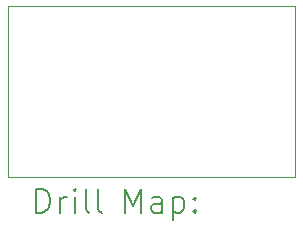
<source format=gbr>
%TF.GenerationSoftware,KiCad,Pcbnew,(7.0.0)*%
%TF.CreationDate,2023-10-24T10:40:37-04:00*%
%TF.ProjectId,Adc Adapter,41646320-4164-4617-9074-65722e6b6963,rev?*%
%TF.SameCoordinates,Original*%
%TF.FileFunction,Drillmap*%
%TF.FilePolarity,Positive*%
%FSLAX45Y45*%
G04 Gerber Fmt 4.5, Leading zero omitted, Abs format (unit mm)*
G04 Created by KiCad (PCBNEW (7.0.0)) date 2023-10-24 10:40:37*
%MOMM*%
%LPD*%
G01*
G04 APERTURE LIST*
%ADD10C,0.100000*%
%ADD11C,0.200000*%
G04 APERTURE END LIST*
D10*
X10487660Y-5999480D02*
X12920980Y-5999480D01*
X12920980Y-5999480D02*
X12920980Y-7452360D01*
X12920980Y-7452360D02*
X10487660Y-7452360D01*
X10487660Y-7452360D02*
X10487660Y-5999480D01*
D11*
X10730279Y-7750836D02*
X10730279Y-7550836D01*
X10730279Y-7550836D02*
X10777898Y-7550836D01*
X10777898Y-7550836D02*
X10806470Y-7560360D01*
X10806470Y-7560360D02*
X10825517Y-7579408D01*
X10825517Y-7579408D02*
X10835041Y-7598455D01*
X10835041Y-7598455D02*
X10844565Y-7636550D01*
X10844565Y-7636550D02*
X10844565Y-7665122D01*
X10844565Y-7665122D02*
X10835041Y-7703217D01*
X10835041Y-7703217D02*
X10825517Y-7722265D01*
X10825517Y-7722265D02*
X10806470Y-7741312D01*
X10806470Y-7741312D02*
X10777898Y-7750836D01*
X10777898Y-7750836D02*
X10730279Y-7750836D01*
X10930279Y-7750836D02*
X10930279Y-7617503D01*
X10930279Y-7655598D02*
X10939803Y-7636550D01*
X10939803Y-7636550D02*
X10949327Y-7627027D01*
X10949327Y-7627027D02*
X10968374Y-7617503D01*
X10968374Y-7617503D02*
X10987422Y-7617503D01*
X11054089Y-7750836D02*
X11054089Y-7617503D01*
X11054089Y-7550836D02*
X11044565Y-7560360D01*
X11044565Y-7560360D02*
X11054089Y-7569884D01*
X11054089Y-7569884D02*
X11063612Y-7560360D01*
X11063612Y-7560360D02*
X11054089Y-7550836D01*
X11054089Y-7550836D02*
X11054089Y-7569884D01*
X11177898Y-7750836D02*
X11158850Y-7741312D01*
X11158850Y-7741312D02*
X11149327Y-7722265D01*
X11149327Y-7722265D02*
X11149327Y-7550836D01*
X11282660Y-7750836D02*
X11263612Y-7741312D01*
X11263612Y-7741312D02*
X11254088Y-7722265D01*
X11254088Y-7722265D02*
X11254088Y-7550836D01*
X11478850Y-7750836D02*
X11478850Y-7550836D01*
X11478850Y-7550836D02*
X11545517Y-7693693D01*
X11545517Y-7693693D02*
X11612184Y-7550836D01*
X11612184Y-7550836D02*
X11612184Y-7750836D01*
X11793136Y-7750836D02*
X11793136Y-7646074D01*
X11793136Y-7646074D02*
X11783612Y-7627027D01*
X11783612Y-7627027D02*
X11764565Y-7617503D01*
X11764565Y-7617503D02*
X11726469Y-7617503D01*
X11726469Y-7617503D02*
X11707422Y-7627027D01*
X11793136Y-7741312D02*
X11774088Y-7750836D01*
X11774088Y-7750836D02*
X11726469Y-7750836D01*
X11726469Y-7750836D02*
X11707422Y-7741312D01*
X11707422Y-7741312D02*
X11697898Y-7722265D01*
X11697898Y-7722265D02*
X11697898Y-7703217D01*
X11697898Y-7703217D02*
X11707422Y-7684169D01*
X11707422Y-7684169D02*
X11726469Y-7674646D01*
X11726469Y-7674646D02*
X11774088Y-7674646D01*
X11774088Y-7674646D02*
X11793136Y-7665122D01*
X11888374Y-7617503D02*
X11888374Y-7817503D01*
X11888374Y-7627027D02*
X11907422Y-7617503D01*
X11907422Y-7617503D02*
X11945517Y-7617503D01*
X11945517Y-7617503D02*
X11964565Y-7627027D01*
X11964565Y-7627027D02*
X11974088Y-7636550D01*
X11974088Y-7636550D02*
X11983612Y-7655598D01*
X11983612Y-7655598D02*
X11983612Y-7712741D01*
X11983612Y-7712741D02*
X11974088Y-7731788D01*
X11974088Y-7731788D02*
X11964565Y-7741312D01*
X11964565Y-7741312D02*
X11945517Y-7750836D01*
X11945517Y-7750836D02*
X11907422Y-7750836D01*
X11907422Y-7750836D02*
X11888374Y-7741312D01*
X12069327Y-7731788D02*
X12078850Y-7741312D01*
X12078850Y-7741312D02*
X12069327Y-7750836D01*
X12069327Y-7750836D02*
X12059803Y-7741312D01*
X12059803Y-7741312D02*
X12069327Y-7731788D01*
X12069327Y-7731788D02*
X12069327Y-7750836D01*
X12069327Y-7627027D02*
X12078850Y-7636550D01*
X12078850Y-7636550D02*
X12069327Y-7646074D01*
X12069327Y-7646074D02*
X12059803Y-7636550D01*
X12059803Y-7636550D02*
X12069327Y-7627027D01*
X12069327Y-7627027D02*
X12069327Y-7646074D01*
M02*

</source>
